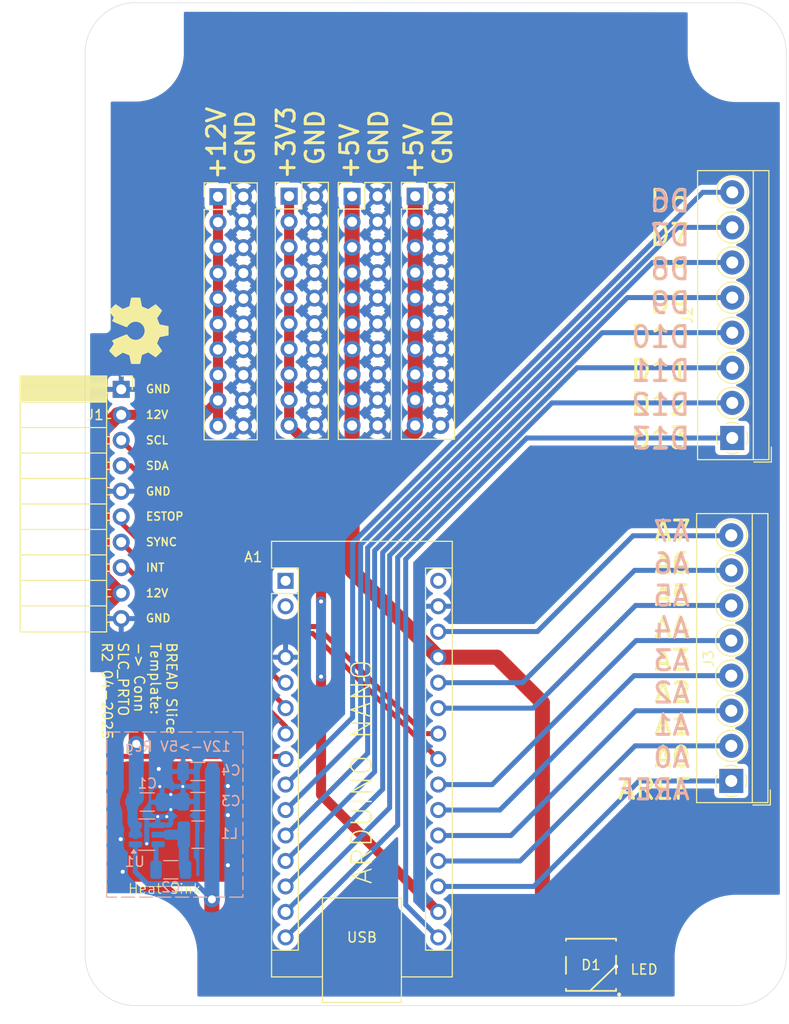
<source format=kicad_pcb>
(kicad_pcb (version 20241229) (generator "pcbnew") (generator_version "9.0")
  (layers (0 "F.Cu" signal) (2 "B.Cu" signal) (13 "F.Paste" user) (15 "B.Paste" user) (5 "F.SilkS" user "F.Silkscreen") (7 "B.SilkS" user "B.Silkscreen") (1 "F.Mask" user) (3 "B.Mask" user) (25 "Edge.Cuts" user))
  (net 0 "")
  (net 3 "GND")
  (net 4 "/D12")
  (net 5 "+5V")
  (net 6 "/LED")
  (net 7 "/I2C_CLK")
  (net 8 "/D11")
  (net 9 "/I2C_DAT")
  (net 10 "/D10")
  (net 11 "/SYNC")
  (net 12 "+3.3V")
  (net 13 "/E_STOP")
  (net 14 "/A0")
  (net 15 "/A6")
  (net 16 "/A1")
  (net 17 "/A2")
  (net 18 "+12V")
  (net 19 "/INT")
  (net 20 "/D8")
  (net 21 "/A7")
  (net 22 "/D6")
  (net 23 "/D7")
  (net 24 "/D9")
  (net 25 "/D13")
  (net 26 "/A3")
  (net 27 "/RESET")
  (net 28 "Net-(U1-SW)")
  (net 29 "Net-(U1-BST)")
  (net 30 "unconnected-(A1-VIN-Pad30)")
  (net 32 "/AREF")
  (footprint "MountingHole:MountingHole_5mm" (layer "F.Cu") (at 127.6 44.8)
    (property "Reference" "H1" (hide yes))
    (property "Value" "MountingHole")
    (pad "" np_thru_hole circle (at 0 0) (size 5 5) (drill 5) (layers "*.Cu" "*.Mask"))
  )
  (footprint "MountingHole:MountingHole_5mm" (layer "F.Cu") (at 187.6 44.8)
    (property "Reference" "H3" (hide yes))
    (property "Value" "MountingHole")
    (pad "" np_thru_hole circle (at 0 0) (size 5 5) (drill 5) (layers "*.Cu" "*.Mask"))
  )
  (footprint "MountingHole:MountingHole_5mm" (layer "F.Cu") (at 127.6 134.8)
    (property "Reference" "H2" (hide yes))
    (property "Value" "MountingHole")
    (pad "" np_thru_hole circle (at 0 0) (size 5 5) (drill 5) (layers "*.Cu" "*.Mask"))
  )
  (footprint "MountingHole:MountingHole_5mm" (layer "F.Cu") (at 187.6 134.8)
    (property "Reference" "H4" (hide yes))
    (property "Value" "MountingHole")
    (pad "" np_thru_hole circle (at 0 0) (size 5 5) (drill 5) (layers "*.Cu" "*.Mask"))
  )
  (footprint "Module:Arduino_Nano" (layer "F.Cu") (at 142.61 97.44)
    (property "Reference" "A1" (at -3.224 -2.364 0) (layer "F.SilkS"))
    (property "Value" "Arduino_Nano_v3.x")
    (fp_text user "USB" (at 7.62 35.56 0) (layer "F.SilkS"))
    (pad "1" thru_hole rect (at 0 0) (size 1.6 1.6) (drill 1) (layers "*.Cu" "*.Mask"))
    (pad "2" thru_hole oval (at 0 2.54) (size 1.6 1.6) (drill 1) (layers "*.Cu" "*.Mask"))
    (pad "4" thru_hole oval (at 0 7.62) (size 1.6 1.6) (drill 1) (layers "*.Cu" "*.Mask") (net 3 "GND"))
    (pad "5" thru_hole oval (at 0 10.16) (size 1.6 1.6) (drill 1) (layers "*.Cu" "*.Mask") (net 13 "/E_STOP"))
    (pad "6" thru_hole oval (at 0 12.7) (size 1.6 1.6) (drill 1) (layers "*.Cu" "*.Mask") (net 19 "/INT"))
    (pad "7" thru_hole oval (at 0 15.24) (size 1.6 1.6) (drill 1) (layers "*.Cu" "*.Mask") (net 11 "/SYNC"))
    (pad "8" thru_hole oval (at 0 17.78) (size 1.6 1.6) (drill 1) (layers "*.Cu" "*.Mask") (net 6 "/LED"))
    (pad "9" thru_hole oval (at 0 20.32) (size 1.6 1.6) (drill 1) (layers "*.Cu" "*.Mask") (net 22 "/D6"))
    (pad "10" thru_hole oval (at 0 22.86) (size 1.6 1.6) (drill 1) (layers "*.Cu" "*.Mask") (net 23 "/D7"))
    (pad "11" thru_hole oval (at 0 25.4) (size 1.6 1.6) (drill 1) (layers "*.Cu" "*.Mask") (net 20 "/D8"))
    (pad "12" thru_hole oval (at 0 27.94) (size 1.6 1.6) (drill 1) (layers "*.Cu" "*.Mask") (net 24 "/D9"))
    (pad "13" thru_hole oval (at 0 30.48) (size 1.6 1.6) (drill 1) (layers "*.Cu" "*.Mask") (net 10 "/D10"))
    (pad "14" thru_hole oval (at 0 33.02) (size 1.6 1.6) (drill 1) (layers "*.Cu" "*.Mask") (net 8 "/D11"))
    (pad "15" thru_hole oval (at 0 35.56) (size 1.6 1.6) (drill 1) (layers "*.Cu" "*.Mask") (net 4 "/D12"))
    (pad "16" thru_hole oval (at 15.24 35.56) (size 1.6 1.6) (drill 1) (layers "*.Cu" "*.Mask") (net 25 "/D13"))
    (pad "17" thru_hole oval (at 15.24 33.02) (size 1.6 1.6) (drill 1) (layers "*.Cu" "*.Mask") (net 12 "+3.3V"))
    (pad "18" thru_hole oval (at 15.24 30.48) (size 1.6 1.6) (drill 1) (layers "*.Cu" "*.Mask") (net 32 "/AREF"))
    (pad "19" thru_hole oval (at 15.24 27.94) (size 1.6 1.6) (drill 1) (layers "*.Cu" "*.Mask") (net 14 "/A0"))
    (pad "20" thru_hole oval (at 15.24 25.4) (size 1.6 1.6) (drill 1) (layers "*.Cu" "*.Mask") (net 16 "/A1"))
    (pad "21" thru_hole oval (at 15.24 22.86) (size 1.6 1.6) (drill 1) (layers "*.Cu" "*.Mask") (net 17 "/A2"))
    (pad "22" thru_hole oval (at 15.24 20.32) (size 1.6 1.6) (drill 1) (layers "*.Cu" "*.Mask") (net 26 "/A3"))
    (pad "23" thru_hole oval (at 15.24 17.78) (size 1.6 1.6) (drill 1) (layers "*.Cu" "*.Mask") (net 9 "/I2C_DAT"))
    (pad "24" thru_hole oval (at 15.24 15.24) (size 1.6 1.6) (drill 1) (layers "*.Cu" "*.Mask") (net 7 "/I2C_CLK"))
    (pad "25" thru_hole oval (at 15.24 12.7) (size 1.6 1.6) (drill 1) (layers "*.Cu" "*.Mask") (net 15 "/A6"))
    (pad "26" thru_hole oval (at 15.24 10.16) (size 1.6 1.6) (drill 1) (layers "*.Cu" "*.Mask") (net 21 "/A7"))
    (pad "27" thru_hole oval (at 15.24 7.62) (size 1.6 1.6) (drill 1) (layers "*.Cu" "*.Mask") (net 5 "+5V"))
    (pad "28" thru_hole oval (at 15.24 5.08) (size 1.6 1.6) (drill 1) (layers "*.Cu" "*.Mask") (net 27 "/RESET"))
    (pad "29" thru_hole oval (at 15.24 2.54) (size 1.6 1.6) (drill 1) (layers "*.Cu" "*.Mask") (net 3 "GND"))
    (pad "30" thru_hole oval (at 15.24 0) (size 1.6 1.6) (drill 1) (layers "*.Cu" "*.Mask") (net 30 "unconnected-(A1-VIN-Pad30)"))
  )
  (footprint "Connector_PinSocket_2.54mm:PinSocket_1x10_P2.54mm_Horizontal" (layer "F.Cu") (at 126.2 78.35)
    (property "Reference" "J1" (at -2.6 2.55 0) (layer "F.SilkS"))
    (property "Value" "Conn_01x10_Female")
    (pad "1" thru_hole rect (at 0 0) (size 1.7 1.7) (drill 1) (layers "*.Cu" "*.Mask") (net 3 "GND"))
    (pad "2" thru_hole oval (at 0 2.54) (size 1.7 1.7) (drill 1) (layers "*.Cu" "*.Mask") (net 18 "+12V"))
    (pad "3" thru_hole oval (at 0 5.08) (size 1.7 1.7) (drill 1) (layers "*.Cu" "*.Mask") (net 7 "/I2C_CLK"))
    (pad "4" thru_hole oval (at 0 7.62) (size 1.7 1.7) (drill 1) (layers "*.Cu" "*.Mask") (net 9 "/I2C_DAT"))
    (pad "5" thru_hole oval (at 0 10.16) (size 1.7 1.7) (drill 1) (layers "*.Cu" "*.Mask") (net 3 "GND"))
    (pad "6" thru_hole oval (at 0 12.7) (size 1.7 1.7) (drill 1) (layers "*.Cu" "*.Mask") (net 13 "/E_STOP"))
    (pad "7" thru_hole oval (at 0 15.24) (size 1.7 1.7) (drill 1) (layers "*.Cu" "*.Mask") (net 19 "/INT"))
    (pad "8" thru_hole oval (at 0 17.78) (size 1.7 1.7) (drill 1) (layers "*.Cu" "*.Mask") (net 11 "/SYNC"))
    (pad "9" thru_hole oval (at 0 20.32) (size 1.7 1.7) (drill 1) (layers "*.Cu" "*.Mask") (net 18 "+12V"))
    (pad "10" thru_hole oval (at 0 22.86) (size 1.7 1.7) (drill 1) (layers "*.Cu" "*.Mask") (net 3 "GND"))
  )
  (footprint "Symbol:OSHW-Symbol_6.7x6mm_SilkScreen" (layer "F.Cu") (at 127.95 72.5 -90)
    (property "Reference" "Logo1" (hide yes))
    (property "Value" "Logo_Open_Hardware_Small" (hide yes))
  )
  (footprint "KML-Custom:Thermal Pad" (layer "F.Cu") (at 131.8 121.45)
    (property "Reference" "HS1")
    (property "Value" "Heatsink_Pad")
    (fp_text user "Heat Sink" (at -1.275 6.7 0) (layer "F.SilkS") (effects (font (thickness 0.1))))
    (pad "1" smd roundrect (at 0 0) (size 12 12) (layers "F.Cu" "F.Mask" "F.Paste") (roundrect_rratio 0.08333333333) (net 3 "GND"))
  )
  (footprint "TerminalBlock_4Ucon:TerminalBlock_4Ucon_1x08_P3.50mm_Horizontal" (layer "F.Cu") (at 187.1 117.4 90)
    (property "Reference" "J3" (at 12.2 -2.25 90) (layer "F.SilkS"))
    (property "Value" "Conn_01x08")
    (pad "1" thru_hole rect (at 0 0 90) (size 2.4 2.4) (drill 1.2) (layers "*.Cu" "*.Mask") (net 32 "/AREF"))
    (pad "2" thru_hole circle (at 3.5 0 90) (size 2.4 2.4) (drill 1.2) (layers "*.Cu" "*.Mask") (net 14 "/A0"))
    (pad "3" thru_hole circle (at 7 0 90) (size 2.4 2.4) (drill 1.2) (layers "*.Cu" "*.Mask") (net 16 "/A1"))
    (pad "4" thru_hole circle (at 10.5 0 90) (size 2.4 2.4) (drill 1.2) (layers "*.Cu" "*.Mask") (net 17 "/A2"))
    (pad "5" thru_hole circle (at 14 0 90) (size 2.4 2.4) (drill 1.2) (layers "*.Cu" "*.Mask") (net 26 "/A3"))
    (pad "6" thru_hole circle (at 17.5 0 90) (size 2.4 2.4) (drill 1.2) (layers "*.Cu" "*.Mask") (net 15 "/A6"))
    (pad "7" thru_hole circle (at 21 0 90) (size 2.4 2.4) (drill 1.2) (layers "*.Cu" "*.Mask") (net 21 "/A7"))
    (pad "8" thru_hole circle (at 24.5 0 90) (size 2.4 2.4) (drill 1.2) (layers "*.Cu" "*.Mask") (net 27 "/RESET"))
  )
  (footprint "Connector_PinHeader_2.54mm:PinHeader_2x10_P2.54mm_Vertical" (layer "F.Cu") (at 155.55 59.09)
    (property "Reference" "J6" (hide yes))
    (property "Value" "Conn_02x10_Odd_Even")
    (pad "1" thru_hole rect (at 0 0) (size 1.7 1.7) (drill 1) (layers "*.Cu" "*.Mask") (net 5 "+5V"))
    (pad "2" thru_hole circle (at 2.54 0) (size 1.7 1.7) (drill 1) (layers "*.Cu" "*.Mask") (net 3 "GND"))
    (pad "3" thru_hole circle (at 0 2.54) (size 1.7 1.7) (drill 1) (layers "*.Cu" "*.Mask") (net 5 "+5V"))
    (pad "4" thru_hole circle (at 2.54 2.54) (size 1.7 1.7) (drill 1) (layers "*.Cu" "*.Mask") (net 3 "GND"))
    (pad "5" thru_hole circle (at 0 5.08) (size 1.7 1.7) (drill 1) (layers "*.Cu" "*.Mask") (net 5 "+5V"))
    (pad "6" thru_hole circle (at 2.54 5.08) (size 1.7 1.7) (drill 1) (layers "*.Cu" "*.Mask") (net 3 "GND"))
    (pad "7" thru_hole circle (at 0 7.62) (size 1.7 1.7) (drill 1) (layers "*.Cu" "*.Mask") (net 5 "+5V"))
    (pad "8" thru_hole circle (at 2.54 7.62) (size 1.7 1.7) (drill 1) (layers "*.Cu" "*.Mask") (net 3 "GND"))
    (pad "9" thru_hole circle (at 0 10.16) (size 1.7 1.7) (drill 1) (layers "*.Cu" "*.Mask") (net 5 "+5V"))
    (pad "10" thru_hole circle (at 2.54 10.16) (size 1.7 1.7) (drill 1) (layers "*.Cu" "*.Mask") (net 3 "GND"))
    (pad "11" thru_hole circle (at 0 12.7) (size 1.7 1.7) (drill 1) (layers "*.Cu" "*.Mask") (net 5 "+5V"))
    (pad "12" thru_hole circle (at 2.54 12.7) (size 1.7 1.7) (drill 1) (layers "*.Cu" "*.Mask") (net 3 "GND"))
    (pad "13" thru_hole circle (at 0 15.24) (size 1.7 1.7) (drill 1) (layers "*.Cu" "*.Mask") (net 5 "+5V"))
    (pad "14" thru_hole circle (at 2.54 15.24) (size 1.7 1.7) (drill 1) (layers "*.Cu" "*.Mask") (net 3 "GND"))
    (pad "15" thru_hole circle (at 0 17.78) (size 1.7 1.7) (drill 1) (layers "*.Cu" "*.Mask") (net 5 "+5V"))
    (pad "16" thru_hole circle (at 2.54 17.78) (size 1.7 1.7) (drill 1) (layers "*.Cu" "*.Mask") (net 3 "GND"))
    (pad "17" thru_hole circle (at 0 20.32) (size 1.7 1.7) (drill 1) (layers "*.Cu" "*.Mask") (net 5 "+5V"))
    (pad "18" thru_hole circle (at 2.54 20.32) (size 1.7 1.7) (drill 1) (layers "*.Cu" "*.Mask") (net 3 "GND"))
    (pad "19" thru_hole circle (at 0 22.86) (size 1.7 1.7) (drill 1) (layers "*.Cu" "*.Mask") (net 5 "+5V"))
    (pad "20" thru_hole circle (at 2.54 22.86) (size 1.7 1.7) (drill 1) (layers "*.Cu" "*.Mask") (net 3 "GND"))
  )
  (footprint "TerminalBlock_4Ucon:TerminalBlock_4Ucon_1x08_P3.50mm_Horizontal" (layer "F.Cu") (at 187.2 83.2 90)
    (property "Reference" "J2" (at 12.25 -4.46 90) (layer "F.SilkS"))
    (property "Value" "Conn_01x08")
    (pad "1" thru_hole rect (at 0 0 90) (size 2.4 2.4) (drill 1.2) (layers "*.Cu" "*.Mask") (net 25 "/D13"))
    (pad "2" thru_hole circle (at 3.5 0 90) (size 2.4 2.4) (drill 1.2) (layers "*.Cu" "*.Mask") (net 4 "/D12"))
    (pad "3" thru_hole circle (at 7 0 90) (size 2.4 2.4) (drill 1.2) (layers "*.Cu" "*.Mask") (net 8 "/D11"))
    (pad "4" thru_hole circle (at 10.5 0 90) (size 2.4 2.4) (drill 1.2) (layers "*.Cu" "*.Mask") (net 10 "/D10"))
    (pad "5" thru_hole circle (at 14 0 90) (size 2.4 2.4) (drill 1.2) (layers "*.Cu" "*.Mask") (net 24 "/D9"))
    (pad "6" thru_hole circle (at 17.5 0 90) (size 2.4 2.4) (drill 1.2) (layers "*.Cu" "*.Mask") (net 20 "/D8"))
    (pad "7" thru_hole circle (at 21 0 90) (size 2.4 2.4) (drill 1.2) (layers "*.Cu" "*.Mask") (net 23 "/D7"))
    (pad "8" thru_hole circle (at 24.5 0 90) (size 2.4 2.4) (drill 1.2) (layers "*.Cu" "*.Mask") (net 22 "/D6"))
  )
  (footprint "SparkFun-LED:WS2812-5050-4PIN" (layer "F.Cu") (at 173.1 135.732769)
    (property "Reference" "D1" (at 0 0.6 0) (layer "F.SilkS") (effects (justify bottom)))
    (property "Value" "WS2812B_5050")
    (pad "1" smd rect (at -2.577 -1.6) (size 1.651 1) (layers "F.Cu" "F.Mask" "F.Paste") (net 5 "+5V"))
    (pad "2" smd rect (at -2.577 1.6) (size 1.651 1) (layers "F.Cu" "F.Mask" "F.Paste"))
    (pad "3" smd rect (at 2.577 1.6) (size 1.651 1) (layers "F.Cu" "F.Mask" "F.Paste") (net 3 "GND"))
    (pad "4" smd rect (at 2.577 -1.6) (size 1.651 1) (layers "F.Cu" "F.Mask" "F.Paste") (net 6 "/LED"))
  )
  (footprint "Connector_PinHeader_2.54mm:PinHeader_2x10_P2.54mm_Vertical" (layer "F.Cu") (at 135.86 59.14)
    (property "Reference" "J4" (hide yes))
    (property "Value" "Conn_02x10_Odd_Even")
    (pad "1" thru_hole rect (at 0 0) (size 1.7 1.7) (drill 1) (layers "*.Cu" "*.Mask") (net 18 "+12V"))
    (pad "2" thru_hole circle (at 2.54 0) (size 1.7 1.7) (drill 1) (layers "*.Cu" "*.Mask") (net 3 "GND"))
    (pad "3" thru_hole circle (at 0 2.54) (size 1.7 1.7) (drill 1) (layers "*.Cu" "*.Mask") (net 18 "+12V"))
    (pad "4" thru_hole circle (at 2.54 2.54) (size 1.7 1.7) (drill 1) (layers "*.Cu" "*.Mask") (net 3 "GND"))
    (pad "5" thru_hole circle (at 0 5.08) (size 1.7 1.7) (drill 1) (layers "*.Cu" "*.Mask") (net 18 "+12V"))
    (pad "6" thru_hole circle (at 2.54 5.08) (size 1.7 1.7) (drill 1) (layers "*.Cu" "*.Mask") (net 3 "GND"))
    (pad "7" thru_hole circle (at 0 7.62) (size 1.7 1.7) (drill 1) (layers "*.Cu" "*.Mask") (net 18 "+12V"))
    (pad "8" thru_hole circle (at 2.54 7.62) (size 1.7 1.7) (drill 1) (layers "*.Cu" "*.Mask") (net 3 "GND"))
    (pad "9" thru_hole circle (at 0 10.16) (size 1.7 1.7) (drill 1) (layers "*.Cu" "*.Mask") (net 18 "+12V"))
    (pad "10" thru_hole circle (at 2.54 10.16) (size 1.7 1.7) (drill 1) (layers "*.Cu" "*.Mask") (net 3 "GND"))
    (pad "11" thru_hole circle (at 0 12.7) (size 1.7 1.7) (drill 1) (layers "*.Cu" "*.Mask") (net 18 "+12V"))
    (pad "12" thru_hole circle (at 2.54 12.7) (size 1.7 1.7) (drill 1) (layers "*.Cu" "*.Mask") (net 3 "GND"))
    (pad "13" thru_hole circle (at 0 15.24) (size 1.7 1.7) (drill 1) (layers "*.Cu" "*.Mask") (net 18 "+12V"))
    (pad "14" thru_hole circle (at 2.54 15.24) (size 1.7 1.7) (drill 1) (layers "*.Cu" "*.Mask") (net 3 "GND"))
    (pad "15" thru_hole circle (at 0 17.78) (size 1.7 1.7) (drill 1) (layers "*.Cu" "*.Mask") (net 18 "+12V"))
    (pad "16" thru_hole circle (at 2.54 17.78) (size 1.7 1.7) (drill 1) (layers "*.Cu" "*.Mask") (net 3 "GND"))
    (pad "17" thru_hole circle (at 0 20.32) (size 1.7 1.7) (drill 1) (layers "*.Cu" "*.Mask") (net 18 "+12V"))
    (pad "18" thru_hole circle (at 2.54 20.32) (size 1.7 1.7) (drill 1) (layers "*.Cu" "*.Mask") (net 3 "GND"))
    (pad "19" thru_hole circle (at 0 22.86) (size 1.7 1.7) (drill 1) (layers "*.Cu" "*.Mask") (net 18 "+12V"))
    (pad "20" thru_hole circle (at 2.54 22.86) (size 1.7 1.7) (drill 1) (layers "*.Cu" "*.Mask") (net 3 "GND"))
  )
  (footprint "Connector_PinHeader_2.54mm:PinHeader_2x10_P2.54mm_Vertical" (layer "F.Cu") (at 149.25 59.1)
    (property "Reference" "J5" (hide yes))
    (property "Value" "Conn_02x10_Odd_Even")
    (pad "1" thru_hole rect (at 0 0) (size 1.7 1.7) (drill 1) (layers "*.Cu" "*.Mask") (net 5 "+5V"))
    (pad "2" thru_hole circle (at 2.54 0) (size 1.7 1.7) (drill 1) (layers "*.Cu" "*.Mask") (net 3 "GND"))
    (pad "3" thru_hole circle (at 0 2.54) (size 1.7 1.7) (drill 1) (layers "*.Cu" "*.Mask") (net 5 "+5V"))
    (pad "4" thru_hole circle (at 2.54 2.54) (size 1.7 1.7) (drill 1) (layers "*.Cu" "*.Mask") (net 3 "GND"))
    (pad "5" thru_hole circle (at 0 5.08) (size 1.7 1.7) (drill 1) (layers "*.Cu" "*.Mask") (net 5 "+5V"))
    (pad "6" thru_hole circle (at 2.54 5.08) (size 1.7 1.7) (drill 1) (layers "*.Cu" "*.Mask") (net 3 "GND"))
    (pad "7" thru_hole circle (at 0 7.62) (size 1.7 1.7) (drill 1) (layers "*.Cu" "*.Mask") (net 5 "+5V"))
    (pad "8" thru_hole circle (at 2.54 7.62) (size 1.7 1.7) (drill 1) (layers "*.Cu" "*.Mask") (net 3 "GND"))
    (pad "9" thru_hole circle (at 0 10.16) (size 1.7 1.7) (drill 1) (layers "*.Cu" "*.Mask") (net 5 "+5V"))
    (pad "10" thru_hole circle (at 2.54 10.16) (size 1.7 1.7) (drill 1) (layers "*.Cu" "*.Mask") (net 3 "GND"))
    (pad "11" thru_hole circle (at 0 12.7) (size 1.7 1.7) (drill 1) (layers "*.Cu" "*.Mask") (net 5 "+5V"))
    (pad "12" thru_hole circle (at 2.54 12.7) (size 1.7 1.7) (drill 1) (layers "*.Cu" "*.Mask") (net 3 "GND"))
    (pad "13" thru_hole circle (at 0 15.24) (size 1.7 1.7) (drill 1) (layers "*.Cu" "*.Mask") (net 5 "+5V"))
    (pad "14" thru_hole circle (at 2.54 15.24) (size 1.7 1.7) (drill 1) (layers "*.Cu" "*.Mask") (net 3 "GND"))
    (pad "15" thru_hole circle (at 0 17.78) (size 1.7 1.7) (drill 1) (layers "*.Cu" "*.Mask") (net 5 "+5V"))
    (pad "16" thru_hole circle (at 2.54 17.78) (size 1.7 1.7) (drill 1) (layers "*.Cu" "*.Mask") (net 3 "GND"))
    (pad "17" thru_hole circle (at 0 20.32) (size 1.7 1.7) (drill 1) (layers "*.Cu" "*.Mask") (net 5 "+5V"))
    (pad "18" thru_hole circle (at 2.54 20.32) (size 1.7 1.7) (drill 1) (layers "*.Cu" "*.Mask") (net 3 "GND"))
    (pad "19" thru_hole circle (at 0 22.86) (size 1.7 1.7) (drill 1) (layers "*.Cu" "*.Mask") (net 5 "+5V"))
    (pad "20" thru_hole circle (at 2.54 22.86) (size 1.7 1.7) (drill 1) (layers "*.Cu" "*.Mask") (net 3 "GND"))
  )
  (footprint "Connector_PinHeader_2.54mm:PinHeader_2x10_P2.54mm_Vertical" (layer "F.Cu") (at 142.96 59.09)
    (property "Reference" "J7" (hide yes))
    (property "Value" "Conn_02x10_Odd_Even")
    (pad "1" thru_hole rect (at 0 0) (size 1.7 1.7) (drill 1) (layers "*.Cu" "*.Mask") (net 12 "+3.3V"))
    (pad "2" thru_hole circle (at 2.54 0) (size 1.7 1.7) (drill 1) (layers "*.Cu" "*.Mask") (net 3 "GND"))
    (pad "3" thru_hole circle (at 0 2.54) (size 1.7 1.7) (drill 1) (layers "*.Cu" "*.Mask") (net 12 "+3.3V"))
    (pad "4" thru_hole circle (at 2.54 2.54) (size 1.7 1.7) (drill 1) (layers "*.Cu" "*.Mask") (net 3 "GND"))
    (pad "5" thru_hole circle (at 0 5.08) (size 1.7 1.7) (drill 1) (layers "*.Cu" "*.Mask") (net 12 "+3.3V"))
    (pad "6" thru_hole circle (at 2.54 5.08) (size 1.7 1.7) (drill 1) (layers "*.Cu" "*.Mask") (net 3 "GND"))
    (pad "7" thru_hole circle (at 0 7.62) (size 1.7 1.7) (drill 1) (layers "*.Cu" "*.Mask") (net 12 "+3.3V"))
    (pad "8" thru_hole circle (at 2.54 7.62) (size 1.7 1.7) (drill 1) (layers "*.Cu" "*.Mask") (net 3 "GND"))
    (pad "9" thru_hole circle (at 0 10.16) (size 1.7 1.7) (drill 1) (layers "*.Cu" "*.Mask") (net 12 "+3.3V"))
    (pad "10" thru_hole circle (at 2.54 10.16) (size 1.7 1.7) (drill 1) (layers "*.Cu" "*.Mask") (net 3 "GND"))
    (pad "11" thru_hole circle (at 0 12.7) (size 1.7 1.7) (drill 1) (layers "*.Cu" "*.Mask") (net 12 "+3.3V"))
    (pad "12" thru_hole circle (at 2.54 12.7) (size 1.7 1.7) (drill 1) (layers "*.Cu" "*.Mask") (net 3 "GND"))
    (pad "13" thru_hole circle (at 0 15.24) (size 1.7 1.7) (drill 1) (layers "*.Cu" "*.Mask") (net 12 "+3.3V"))
    (pad "14" thru_hole circle (at 2.54 15.24) (size 1.7 1.7) (drill 1) (layers "*.Cu" "*.Mask") (net 3 "GND"))
    (pad "15" thru_hole circle (at 0 17.78) (size 1.7 1.7) (drill 1) (layers "*.Cu" "*.Mask") (net 12 "+3.3V"))
    (pad "16" thru_hole circle (at 2.54 17.78) (size 1.7 1.7) (drill 1) (layers "*.Cu" "*.Mask") (net 3 "GND"))
    (pad "17" thru_hole circle (at 0 20.32) (size 1.7 1.7) (drill 1) (layers "*.Cu" "*.Mask") (net 12 "+3.3V"))
    (pad "18" thru_hole circle (at 2.54 20.32) (size 1.7 1.7) (drill 1) (layers "*.Cu" "*.Mask") (net 3 "GND"))
    (pad "19" thru_hole circle (at 0 22.86) (size 1.7 1.7) (drill 1) (layers "*.Cu" "*.Mask") (net 12 "+3.3V"))
    (pad "20" thru_hole circle (at 2.54 22.86) (size 1.7 1.7) (drill 1) (layers "*.Cu" "*.Mask") (net 3 "GND"))
  )
  (footprint "Capacitor_SMD:C_1206_3216Metric" (layer "B.Cu") (at 128.8 119.5 180)
    (property "Reference" "C1" (at 0 1.85 180) (layer "B.SilkS") (effects (justify mirror)))
    (property "Value" "22uF")
    (pad "1" smd roundrect (at -1.475 0 180) (size 1.15 1.8) (layers "B.Cu" "B.Mask" "B.Paste") (roundrect_rratio 0.217391) (net 3 "GND"))
    (pad "2" smd roundrect (at 1.475 0 180) (size 1.15 1.8) (layers "B.Cu" "B.Mask" "B.Paste") (roundrect_rratio 0.217391) (net 18 "+12V"))
  )
  (footprint "Package_TO_SOT_SMD:TSOT-23-6" (layer "B.Cu") (at 128.75 122.755)
    (property "Reference" "U1" (at -1.2 2.695 0) (layer "B.SilkS") (effects (justify mirror)))
    (property "Value" "~")
    (pad "1" smd roundrect (at -1.1375 0.95) (size 1.325 0.6) (layers "B.Cu" "B.Mask" "B.Paste") (net 5 "+5V"))
    (pad "2" smd roundrect (at -1.1375 0) (size 1.325 0.6) (layers "B.Cu" "B.Mask" "B.Paste") (net 18 "+12V"))
    (pad "3" smd roundrect (at -1.1375 -0.95) (size 1.325 0.6) (layers "B.Cu" "B.Mask" "B.Paste") (net 18 "+12V"))
    (pad "4" smd roundrect (at 1.1375 -0.95) (size 1.325 0.6) (layers "B.Cu" "B.Mask" "B.Paste") (net 3 "GND"))
    (pad "5" smd roundrect (at 1.1375 0) (size 1.325 0.6) (layers "B.Cu" "B.Mask" "B.Paste") (net 28 "Net-(U1-SW)"))
    (pad "6" smd roundrect (at 1.1375 0.95) (size 1.325 0.6) (layers "B.Cu" "B.Mask" "B.Paste") (net 29 "Net-(U1-BST)"))
  )
  (footprint "Capacitor_SMD:C_1206_3216Metric" (layer "B.Cu") (at 131.15 126.255 180)
    (property "Reference" "C2" (at 0 -1.745 180) (layer "B.SilkS") (effects (justify mirror)))
    (property "Value" "100nF")
    (pad "1" smd roundrect (at -1.475 0 180) (size 1.15 1.8) (layers "B.Cu" "B.Mask" "B.Paste") (roundrect_rratio 0.217391) (net 28 "Net-(U1-SW)"))
    (pad "2" smd roundrect (at 1.475 0 180) (size 1.15 1.8) (layers "B.Cu" "B.Mask" "B.Paste") (roundrect_rratio 0.217391) (net 29 "Net-(U1-BST)"))
  )
  (footprint "Capacitor_SMD:C_1206_3216Metric" (layer "B.Cu") (at 133.85 119.455)
    (property "Reference" "C3" (at 3.3 -0.055 0) (layer "B.SilkS") (effects (justify mirror)))
    (property "Value" "22uF")
    (pad "1" smd roundrect (at -1.475 0) (size 1.15 1.8) (layers "B.Cu" "B.Mask" "B.Paste") (roundrect_rratio 0.217391) (net 3 "GND"))
    (pad "2" smd roundrect (at 1.475 0) (size 1.15 1.8) (layers "B.Cu" "B.Mask" "B.Paste") (roundrect_rratio 0.217391) (net 5 "+5V"))
  )
  (footprint "Capacitor_SMD:C_1206_3216Metric" (layer "B.Cu") (at 133.85 116.455)
    (property "Reference" "C4" (at 3.3 -0.105 0) (layer "B.SilkS") (effects (justify mirror)))
    (property "Value" "22uF")
    (pad "1" smd roundrect (at -1.475 0) (size 1.15 1.8) (layers "B.Cu" "B.Mask" "B.Paste") (roundrect_rratio 0.217391) (net 3 "GND"))
    (pad "2" smd roundrect (at 1.475 0) (size 1.15 1.8) (layers "B.Cu" "B.Mask" "B.Paste") (roundrect_rratio 0.217391) (net 5 "+5V"))
  )
  (footprint "Inductor_SMD:L_1210_3225Metric" (layer "B.Cu") (at 133.85 122.755)
    (property "Reference" "L1" (at 3.15 -0.105 0) (layer "B.SilkS") (effects (justify mirror)))
    (property "Value" "4.7uH")
    (pad "1" smd roundrect (at -1.4 0) (size 1.25 2.65) (layers "B.Cu" "B.Mask" "B.Paste") (roundrect_rratio 0.2) (net 28 "Net-(U1-SW)"))
    (pad "2" smd roundrect (at 1.4 0) (size 1.25 2.65) (layers "B.Cu" "B.Mask" "B.Paste") (roundrect_rratio 0.2) (net 5 "+5V"))
  )
  (gr_rect (start 124.75 112.516) (end 138.35 128.984) (stroke (width 0.12) (type dash)) (fill no) (layer "B.SilkS"))
  (gr_line (start 192.6 44.8) (end 192.6 94.8) (stroke (width 0.05)) (layer "Edge.Cuts"))
  (gr_arc (start 187.6 39.8) (mid 191.135534 41.264466) (end 192.6 44.8) (stroke (width 0.05)) (layer "Edge.Cuts"))
  (gr_arc (start 192.6 134.8) (mid 191.135534 138.335534) (end 187.6 139.8) (stroke (width 0.05)) (layer "Edge.Cuts"))
  (gr_line (start 152.6 39.8) (end 187.6 39.8) (stroke (width 0.05)) (layer "Edge.Cuts"))
  (gr_arc (start 122.6 44.8) (mid 124.064466 41.264466) (end 127.6 39.8) (stroke (width 0.05)) (layer "Edge.Cuts"))
  (gr_line (start 192.6 94.8) (end 192.6 134.8) (stroke (width 0.05)) (layer "Edge.Cuts"))
  (gr_line (start 122.6 134.8) (end 122.6 44.8) (stroke (width 0.05)) (layer "Edge.Cuts"))
  (gr_line (start 127.6 39.8) (end 152.6 39.8) (stroke (width 0.05)) (layer "Edge.Cuts"))
  (gr_arc (start 127.6 139.8) (mid 124.064466 138.335534) (end 122.6 134.8) (stroke (width 0.05)) (layer "Edge.Cuts"))
  (gr_line (start 160.188 139.8) (end 187.6 139.8) (stroke (width 0.05)) (layer "Edge.Cuts"))
  (gr_line (start 127.6 139.8) (end 160.188 139.8) (stroke (width 0.05)) (layer "Edge.Cuts"))
  (gr_text "GND" (at 129.89619 88.522 0) (layer "F.SilkS") (effects (font (size 0.8 0.8))))
  (gr_text "LED" (at 178.4 136.2 0) (layer "F.SilkS") (effects (font (size 1 1))))
  (gr_text "12V" (at 129.781905 98.672 0) (layer "F.SilkS") (effects (font (size 0.8 0.8))))
  (gr_text "A7\nA6\nA5\nA4\nA3\nA2\nA1\nA0\nAREF" (at 183.25 119.4 0) (layer "F.SilkS") (effects (font (size 2 2) (thickness 0.3) (bold yes)) (justify right bottom)))
  (gr_text "SYNC" (at 130.22 93.572 0) (layer "F.SilkS") (effects (font (size 0.8 0.8))))
  (gr_text "GND" (at 129.89619 101.172 0) (layer "F.SilkS") (effects (font (size 0.8 0.8))))
  (gr_text "BREAD Slice\nTemplate:\n-> Conn\nSLC_PRTO\nR2 04-2025" (at 128 103.5 270) (layer "F.SilkS") (effects (font (size 1 1)) (justify left)))
  (gr_text "+5V\n GND" (at 159.35 57.55 90) (layer "F.SilkS") (effects (font (size 1.8 1.8) (thickness 0.3) (bold yes)) (justify left bottom)))
  (gr_text "GND" (at 129.89619 78.322 0) (layer "F.SilkS") (effects (font (size 0.8 0.8))))
  (gr_text "+12V\n GND" (at 139.65 57.6 90) (layer "F.SilkS") (effects (font (size 1.8 1.8) (thickness 0.3) (bold yes)) (justify left bottom)))
  (gr_text "+5V\n GND" (at 152.95 57.55 90) (layer "F.SilkS") (effects (font (size 1.8 1.8) (thickness 0.3) (bold yes)) (justify left bottom)))
  (gr_text "ESTOP" (at 130.543809 91.022 0) (layer "F.SilkS") (effects (font (size 0.8 0.8))))
  (gr_text "INT" (at 129.591428 96.122 0) (layer "F.SilkS") (effects (font (size 0.8 0.8))))
  (gr_text "+3V3\n GND" (at 146.6 57.55 90) (layer "F.SilkS") (effects (font (size 1.8 1.8) (thickness 0.3) (bold yes)) (justify left bottom)))
  (gr_text "SDA" (at 129.800952 85.972 0) (layer "F.SilkS") (effects (font (size 0.8 0.8))))
  (gr_text "SCL" (at 129.781905 83.422 0) (layer "F.SilkS") (effects (font (size 0.8 0.8))))
  (gr_text "ARDUINO NANO" (at 150.22 116.49 90) (layer "F.SilkS") (effects (font (size 2 2))))
  (gr_text "12V" (at 129.781905 80.872 0) (layer "F.SilkS") (effects (font (size 0.8 0.8))))
  (gr_text "D6\nD7\nD8\nD9\nD10\nD11\nD12\nD13" (at 183.1 84.45 0) (layer "F.SilkS") (effects (font (size 2.1 2) (thickness 0.3) (bold yes)) (justify right bottom)))
  (gr_text "12V->5V Reg" (at 131.85 114.555 0) (layer "B.SilkS") (effects (font (size 1 1)) (justify bottom mirror)))
  (gr_text "A7\nA6\nA5\nA4\nA3\nA2\nA1\nA0\nAREF" (at 183.15 119.45 0) (layer "B.SilkS") (effects (font (size 2 2) (thickness 0.3) (bold yes)) (justify left bottom mirror)))
  (gr_text "D6\nD7\nD8\nD9\nD10\nD11\nD12\nD13" (at 183.15 84.5 0) (layer "B.SilkS") (effects (font (size 2.1 2) (thickness 0.3) (bold yes)) (justify left bottom mirror)))
  (segment (start 175.6 135.9) (end 175.6 137.255769) (width 0.5) (layer "F.Cu") (net 3))
  (via (at 136.85 117.905) (size 0.8) (drill 0.4) (layers "F.Cu" "B.Cu") (net 3))
  (via (at 126.35 126.455) (size 0.8) (drill 0.4) (layers "F.Cu" "B.Cu") (net 3))
  (via (at 129.85 120.955) (size 0.5) (drill 0.3) (layers "F.Cu" "B.Cu") (net 3))
  (via (at 129.95 116.205) (size 0.8) (drill 0.4) (layers "F.Cu" "B.Cu") (net 3))
  (via (at 131.15 120.255) (size 0.5) (drill 0.3) (layers "F.Cu" "B.Cu") (net 3))
  (via (at 131.15 118.755) (size 0.5) (drill 0.3) (layers "F.Cu" "B.Cu") (net 3))
  (via (at 130.05 117.955) (size 0.5) (drill 0.3) (layers "F.Cu" "B.Cu") (net 3))
  (via (at 175.6 135.9) (size 0.8) (drill 0.4) (layers "F.Cu" "B.Cu") (net 3))
  (via (at 132.35 117.955) (size 0.5) (drill 0.3) (layers "F.Cu" "B.Cu") (net 3))
  (via (at 126.15 123.205) (size 0.8) (drill 0.4) (layers "F.Cu" "B.Cu") (net 3))
  (via (at 136.85 125.805) (size 0.8) (drill 0.4) (layers "F.Cu" "B.Cu") (net 3))
  (via (at 136.85 120.805) (size 0.8) (drill 0.4) (layers "F.Cu" "B.Cu") (net 3))
  (via (at 130.75 120.955) (size 0.5) (drill 0.3) (layers "F.Cu" "B.Cu") (net 3))
  (via (at 128.75 123.655) (size 0.5) (drill 0.3) (layers "F.Cu" "B.Cu") (net 3))
  (segment (start 129.8875 121.805) (end 128.8 121.805) (width 0.5) (layer "B.Cu") (net 3))
  (segment (start 131.55 117.955) (end 133.25 117.955) (width 0.5) (layer "B.Cu") (net 3))
  (segment (start 128.8 121.805) (end 128.75 121.855) (width 0.5) (layer "B.Cu") (net 3))
  (segment (start 130.32 119.455) (end 132.375 119.455) (width 1.5) (layer "B.Cu") (net 3))
  (segment (start 132.35 117.955) (end 131.55 117.955) (width 0.5) (layer "B.Cu") (net 3))
  (segment (start 128.95 120.955) (end 128.75 121.155) (width 0.5) (layer "B.Cu") (net 3))
  (segment (start 131 121.805) (end 131.15 121.655) (width 0.5) (layer "B.Cu") (net 3))
  (segment (start 129.85 121.7675) (end 129.8875 121.805) (width 0.5) (layer "B.Cu") (net 3))
  (segment (start 129.85 120.955) (end 128.95 120.955) (width 0.5) (layer "B.Cu") (net 3))
  (segment (start 131.15 120.555) (end 130.75 120.955) (width 0.5) (layer "B.Cu") (net 3))
  (segment (start 128.75 121.855) (end 128.75 123.655) (width 0.5) (layer "B.Cu") (net 3))
  (segment (start 131.15 119.455) (end 131.15 120.255) (width 0.5) (layer "B.Cu") (net 3))
  (segment (start 131.15 119.455) (end 131.15 118.755) (width 0.5) (layer "B.Cu") (net 3))
  (segment (start 130.75 120.955) (end 129.85 120.955) (width 0.5) (layer "B.Cu") (net 3))
  (segment (start 128.75 121.155) (end 128.75 121.855) (width 0.5) (layer "B.Cu") (net 3))
  (segment (start 131.15 121.655) (end 131.15 120.255) (width 0.5) (layer "B.Cu") (net 3))
  (segment (start 131.15 120.255) (end 131.15 120.555) (width 0.5) (layer "B.Cu") (net 3))
  (segment (start 130.275 119.5) (end 130.32 119.455) (width 1.5) (layer "B.Cu") (net 3))
  (segment (start 129.8875 121.805) (end 131 121.805) (width 0.5) (layer "B.Cu") (net 3))
  (segment (start 129.85 120.955) (end 129.85 121.7675) (width 0.5) (layer "B.Cu") (net 3))
  (segment (start 142.61 132.8199) (end 142.61 133) (width 0.5) (layer "B.Cu") (net 4))
  (segment (start 153.8 95.1) (end 169.2 79.7) (width 0.5) (layer "B.Cu") (net 4))
  (segment (start 153.8 121.81) (end 153.8 95.1) (width 0.5) (layer "B.Cu") (net 4))
  (segment (start 169.2 79.7) (end 187.2 79.7) (width 0.5) (layer "B.Cu") (net 4))
  (segment (start 142.61 133) (end 153.8 121.81) (width 0.5) (layer "B.Cu") (net 4))
  (segment (start 155.55 82.5) (end 155.55 81.95) (width 1.5) (layer "F.Cu") (net 5))
  (segment (start 149.25 81.96) (end 149.25 59.1) (width 1.5) (layer "F.Cu") (net 5))
  (segment (start 149.25 88.55) (end 149.25 81.96) (width 1.5) (layer "F.Cu") (net 5))
  (segment (start 163.71 105.06) (end 157.85 105.06) (width 1.5) (layer "F.Cu") (net 5))
  (segment (start 157.85 105.06) (end 149.25 96.46) (width 1.5) (layer "F.Cu") (net 5))
  (segment (start 139.1 137.1) (end 164.95 137.1) (width 1.5) (layer "F.Cu") (net 5))
  (segment (start 170.532769 134.132769) (end 170.523 134.132769) (width 0.5) (layer "F.Cu") (net 5))
  (segment (start 168.25 133.8) (end 168.25 109.6) (width 1.5) (layer "F.Cu") (net 5))
  (segment (start 149.25 88.55) (end 149.5 88.55) (width 1.5) (layer "F.Cu") (net 5))
  (segment (start 149.5 88.55) (end 155.55 82.5) (width 1.5) (layer "F.Cu") (net 5))
  (segment (start 155.55 81.95) (end 155.55 59.09) (width 1.5) (layer "F.Cu") (net 5))
  (segment (start 149.25 96.46) (end 149.25 88.55) (width 1.5) (layer "F.Cu") (net 5))
  (segment (start 135.25 129.2) (end 135.25 133.25) (width 1.5) (layer "F.Cu") (net 5))
  (segment (start 135.25 133.25) (end 139.1 137.1) (width 1.5) (layer "F.Cu") (net 5))
  (segment (start 164.95 137.1) (end 168.25 133.8) (width 1.5) (layer "F.Cu") (net 5))
  (segment (start 168.25 109.6) (end 163.71 105.06) (width 1.5) (layer "F.Cu") (net 5))
  (segment (start 168.582769 134.132769) (end 170.523 134.132769) (width 0.5) (layer "F.Cu") (net 5))
  (segment (start 168.25 133.8) (end 168.582769 134.132769) (width 0.5) (layer "F.Cu") (net 5))
  (via (at 135.25 129.2) (size 1.6) (drill 0.8) (layers "F.Cu" "B.Cu") (net 5))
  (segment (start 135.25 129.2) (end 133.7 127.65) (width 0.5) (layer "B.Cu") (net 5))
  (segment (start 127.6125 126.4625) (end 127.6125 123.705) (width 0.5) (layer "B.Cu") (net 5))
  (segment (start 135.325 116.455) (end 135.3 116.48) (width 1.5) (layer "B.Cu") (net 5))
  (segment (start 128.8 127.65) (end 127.6125 126.4625) (width 0.5) (layer "B.Cu") (net 5))
  (segment (start 135.3 119.48) (end 135.3 122.705) (width 1.5) (layer "B.Cu") (net 5))
  (segment (start 133.7 127.65) (end 128.8 127.65) (width 0.5) (layer "B.Cu") (net 5))
  (segment (start 135.3 116.48) (end 135.3 119.43) (width 1.5) (layer "B.Cu") (net 5))
  (segment (start 135.325 122.68) (end 135.25 122.755) (width 1) (layer "B.Cu") (net 5))
  (segment (start 135.25 129.2) (end 135.25 122.755) (width 1.5) (layer "B.Cu") (net 5))
  (segment (start 135.325 119.455) (end 135.3 119.48) (width 1.5) (layer "B.Cu") (net 5))
  (segment (start 135.3 122.705) (end 135.25 122.755) (width 1.5) (layer "B.Cu") (net 5))
  (segment (start 135.3 119.43) (end 135.325 119.455) (width 1.5) (layer "B.Cu") (net 5))
  (segment (start 177 135.455769) (end 177 138.1) (width 0.5) (layer "F.Cu") (net 6))
  (segment (start 134 133.697056) (end 134 131.1) (width 0.5) (layer "F.Cu") (net 6))
  (segment (start 177 138.1) (end 176.5 138.6) (width 0.5) (layer "F.Cu") (net 6))
  (segment (start 126 128.2) (end 125.2 127.4) (width 0.5) (layer "F.Cu") (net 6))
  (segment (start 125.8 114.95) (end 142.34 114.95) (width 0.5) (layer "F.Cu") (net 6))
  (segment (start 142.34 114.95) (end 142.61 115.22) (width 0.5) (layer "F.Cu") (net 6))
  (segment (start 175.677 134.132769) (end 177 135.455769) (width 0.5) (layer "F.Cu") (net 6))
  (segment (start 142.61 115.22) (end 142.69 115.22) (width 0.5) (layer "F.Cu") (net 6))
  (segment (start 125.2 115.55) (end 125.8 114.95) (width 0.5) (layer "F.Cu") (net 6))
  (segment (start 131.1 128.2) (end 126 128.2) (width 0.5) (layer "F.Cu") (net 6))
  (segment (start 125.2 127.4) (end 125.2 115.55) (width 0.5) (layer "F.Cu") (net 6))
  (segment (start 138.902944 138.6) (end 134 133.697056) (width 0.5) (layer "F.Cu") (net 6))
  (segment (start 134 131.1) (end 131.1 128.2) (width 0.5) (layer "F.Cu") (net 6))
  (segment (start 176.5 138.6) (end 138.902944 138.6) (width 0.5) (layer "F.Cu") (net 6))
  (segment (start 145.75 102) (end 140.43995 102) (width 0.5) (layer "F.Cu") (net 7))
  (segment (start 129.65 91.21005) (end 129.65 86.88) (width 0.5) (layer "F.Cu") (net 7))
  (segment (start 157.85 112.68) (end 156.43 112.68) (width 0.5) (layer "F.Cu") (net 7))
  (segment (start 140.43995 102) (end 129.65 91.21005) (width 0.5) (layer "F.Cu") (net 7))
  (segment (start 129.65 86.88) (end 126.2 83.43) (width 0.5) (layer "F.Cu") (net 7))
  (segment (start 156.43 112.68) (end 145.75 102) (width 0.5) (layer "F.Cu") (net 7))
  (segment (start 153 120.07) (end 153 94.91005) (width 0.5) (layer "B.Cu") (net 8))
  (segment (start 171.71005 76.2) (end 187.2 76.2) (width 0.5) (layer "B.Cu") (net 8))
  (segment (start 153 94.91005) (end 171.71005 76.2) (width 0.5) (layer "B.Cu") (net 8))
  (segment (start 142.61 130.46) (end 153 120.07) (width 0.5) (layer "B.Cu") (net 8))
  (segment (start 145.33 102.7) (end 157.85 115.22) (width 0.5) (layer "F.Cu") (net 9))
  (segment (start 126.2 85.97) (end 127.17 85.97) (width 0.5) (layer "F.Cu") (net 9))
  (segment (start 128.95 91.5) (end 140.15 102.7) (width 0.5) (layer "F.Cu") (net 9))
  (segment (start 140.15 102.7) (end 145.33 102.7) (width 0.5) (layer "F.Cu") (net 9))
  (segment (start 127.17 85.97) (end 128.95 87.75) (width 0.5) (layer "F.Cu") (net 9))
  (segment (start 128.95 87.75) (end 128.95 91.5) (width 0.5) (layer "F.Cu") (net 9))
  (segment (start 152.3 94.6201) (end 174.2201 72.7) (width 0.5) (layer "B.Cu") (net 10))
  (segment (start 174.2201 72.7) (end 187.2 72.7) (width 0.5) (layer "B.Cu") (net 10))
  (segment (start 142.61 127.92) (end 152.3 118.23) (width 0.5) (layer "B.Cu") (net 10))
  (segment (start 152.3 118.23) (end 152.3 94.6201) (width 0.5) (layer "B.Cu") (net 10))
  (segment (start 142.61 111.96) (end 142.61 112.68) (width 0.5) (layer "F.Cu") (net 11))
  (segment (start 126.2 96.13) (end 126.78 96.13) (width 0.5) (layer "F.Cu") (net 11))
  (segment (start 126.78 96.13) (end 142.61 111.96) (width 0.5) (layer "F.Cu") (net 11))
  (segment (start 142.96 59.09) (end 142.96 81.95) (width 1) (layer "F.Cu") (net 12))
  (segment (start 146.15 85.14) (end 146.15 99.5) (width 1) (layer "F.Cu") (net 12))
  (segment (start 146.15 118.76) (end 157.85 130.46) (width 1) (layer "F.Cu") (net 12))
  (segment (start 146.15 107) (end 146.15 118.76) (width 1) (layer "F.Cu") (net 12))
  (segment (start 142.96 81.95) (end 146.15 85.14) (width 1) (layer "F.Cu") (net 12))
  (via (at 146.15 99.5) (size 1) (drill 0.4) (layers "F.Cu" "B.Cu") (net 12))
  (via (at 146.15 107) (size 1) (drill 0.4) (layers "F.Cu" "B.Cu") (net 12))
  (segment (start 146.15 99.5) (end 146.15 107) (width 1) (layer "B.Cu") (net 12))
  (segment (start 142.15 107.6) (end 142.61 107.6) (width 0.5) (layer "F.Cu") (net 13))
  (segment (start 126.2 91.65) (end 142.15 107.6) (width 0.5) (layer "F.Cu") (net 13))
  (segment (start 126.2 91.05) (end 126.2 91.65) (width 0.5) (layer "F.Cu") (net 13))
  (segment (start 177.5 113.9) (end 166.02 125.38) (width 0.5) (layer "B.Cu") (net 14))
  (segment (start 166.02 125.38) (end 157.85 125.38) (width 0.5) (layer "B.Cu") (net 14))
  (segment (start 187.1 113.9) (end 177.5 113.9) (width 0.5) (layer "B.Cu") (net 14))
  (segment (start 157.85 110.14) (end 167.31 110.14) (width 0.5) (layer "B.Cu") (net 15))
  (segment (start 177.55 99.9) (end 187.1 99.9) (width 0.5) (layer "B.Cu") (net 15))
  (segment (start 167.31 110.14) (end 177.55 99.9) (width 0.5) (layer "B.Cu") (net 15))
  (segment (start 157.85 122.84) (end 165.11 122.84) (width 0.5) (layer "B.Cu") (net 16))
  (segment (start 165.11 122.84) (end 177.55 110.4) (width 0.5) (layer "B.Cu") (net 16))
  (segment (start 177.55 110.4) (end 187.1 110.4) (width 0.5) (layer "B.Cu") (net 16))
  (segment (start 164 120.3) (end 177.4 106.9) (width 0.5) (layer "B.Cu") (net 17))
  (segment (start 157.85 120.3) (end 164 120.3) (width 0.5) (layer "B.Cu") (net 17))
  (segment (start 177.4 106.9) (end 187.1 106.9) (width 0.5) (layer "B.Cu") (net 17))
  (segment (start 124.3 97) (end 125.97 98.67) (width 1.5) (layer "F.Cu") (net 18))
  (segment (start 125.97 98.67) (end 126.2 98.67) (width 1.5) (layer "F.Cu") (net 18))
  (segment (start 135.86 82) (end 135.86 59.14) (width 1) (layer "F.Cu") (net 18))
  (segment (start 134.43 80.89) (end 135.86 79.46) (width 1) (layer "F.Cu") (net 18))
  (segment (start 126.2 80.89) (end 125.86 80.89) (width 1.5) (layer "F.Cu") (net 18))
  (segment (start 125.83 98.67) (end 126.2 98.67) (width 1.5) (layer "F.Cu") (net 18))
  (segment (start 124.3 103.04) (end 124.3 100.2) (width 1.5) (layer "F.Cu") (net 18))
  (segment (start 127.7 106.44) (end 124.3 103.04) (width 1.5) (layer "F.Cu") (net 18))
  (segment (start 124.3 100.2) (end 125.83 98.67) (width 1.5) (layer "F.Cu") (net 18))
  (segment (start 127.7 113.7) (end 127.7 106.44) (width 1.5) (layer "F.Cu") (net 18))
  (segment (start 126.2 80.89) (end 134.43 80.89) (width 1) (layer "F.Cu") (net 18))
  (segment (start 126.2 80.89) (end 126.21 80.9) (width 1) (layer "F.Cu") (net 18))
  (segment (start 124.3 82.45) (end 124.3 97) (width 1.5) (layer "F.Cu") (net 18))
  (segment (start 125.86 80.89) (end 124.3 82.45) (width 1.5) (layer "F.Cu") (net 18))
  (via (at 127.7 113.7) (size 1.6) (drill 0.8) (layers "F.Cu" "B.Cu") (net 18))
  (segment (start 126.71 80.89) (end 126.2 80.89) (width 1) (layer "B.Cu") (net 18))
  (segment (start 127.6125 121.805) (end 127.6125 122.705) (width 1) (layer "B.Cu") (net 18))
  (segment (start 127.325 119.5) (end 127.325 121.5175) (width 1) (layer "B.Cu") (net 18))
  (segment (start 127.7 113.7) (end 127.7 119.125) (width 1.5) (layer "B.Cu") (net 18))
  (segment (start 127.7 119.125) (end 127.325 119.5) (width 1.5) (layer "B.Cu") (net 18))
  (segment (start 127.325 121.5175) (end 127.6125 121.805) (width 1) (layer "B.Cu") (net 18))
  (segment (start 126.2 93.59) (end 142.61 110) (width 0.5) (layer "F.Cu") (net 19))
  (segment (start 142.61 110) (end 142.61 110.14) (width 0.5) (layer "F.Cu") (net 19))
  (segment (start 150.8 114.65) (end 150.8 94.1402) (width 0.5) (layer "B.Cu") (net 20))
  (segment (start 142.61 122.84) (end 150.8 114.65) (width 0.5) (layer "B.Cu") (net 20))
  (segment (start 179.2402 65.7) (end 187.2 65.7) (width 0.5) (layer "B.Cu") (net 20))
  (segment (start 150.8 94.1402) (end 179.2402 65.7) (width 0.5) (layer "B.Cu") (net 20))
  (segment (start 187.1 96.4) (end 177.45 96.4) (width 0.5) (layer "B.Cu") (net 21))
  (segment (start 177.45 96.4) (end 166.25 107.6) (width 0.5) (layer "B.Cu") (net 21))
  (segment (start 166.25 107.6) (end 157.85 107.6) (width 0.5) (layer "B.Cu") (net 21))
  (segment (start 184.2603 58.7) (end 187.2 58.7) (width 0.5) (layer "B.Cu") (net 22))
  (segment (start 142.61 117.76) (end 149.3 111.07) (width 0.5) (layer "B.Cu") (net 22))
  (segment (start 149.3 111.07) (end 149.3 93.6603) (width 0.5) (layer "B.Cu") (net 22))
  (segment (start 149.3 93.6603) (end 184.2603 58.7) (width 0.5) (layer "B.Cu") (net 22))
  (segment (start 150.1 93.85025) (end 181.75025 62.2) (width 0.5) (layer "B.Cu") (net 23))
  (segment (start 150.1 112.81) (end 150.1 93.85025) (width 0.5) (layer "B.Cu") (net 23))
  (segment (start 142.61 120.3) (end 150.1 112.81) (width 0.5) (layer "B.Cu") (net 23))
  (segment (start 181.75025 62.2) (end 187.2 62.2) (width 0.5) (layer "B.Cu") (net 23))
  (segment (start 176.73015 69.2) (end 187.2 69.2) (width 0.5) (layer "B.Cu") (net 24))
  (segment (start 151.5 116.49) (end 151.5 94.43015) (width 0.5) (layer "B.Cu") (net 24))
  (segment (start 151.5 94.43015) (end 176.73015 69.2) (width 0.5) (layer "B.Cu") (net 24))
  (segment (start 142.61 125.38) (end 151.5 116.49) (width 0.5) (layer "B.Cu") (net 24))
  (segment (start 166.68995 83.2) (end 187.2 83.2) (width 0.5) (layer "B.Cu") (net 25))
  (segment (start 154.6 95.28995) (end 166.68995 83.2) (width 0.5) (layer "B.Cu") (net 25))
  (segment (start 154.6 129.75) (end 154.6 95.28995) (width 0.5) (layer "B.Cu") (net 25))
  (segment (start 157.85 133) (end 154.6 129.75) (width 0.5) (layer "B.Cu") (net 25))
  (segment (start 177.6 103.4) (end 187.1 103.4) (width 0.5) (layer "B.Cu") (net 26))
  (segment (start 157.85 117.76) (end 163.24 117.76) (width 0.5) (layer "B.Cu") (net 26))
  (segment (start 163.24 117.76) (end 177.6 103.4) (width 0.5) (layer "B.Cu") (net 26))
  (segment (start 157.85 102.52) (end 157.87 102.5) (width 0.5) (layer "B.Cu") (net 27))
  (segment (start 167.75 102.5) (end 177.3 92.95) (width 0.5) (layer "B.Cu") (net 27))
  (segment (start 157.87 102.5) (end 167.75 102.5) (width 0.5) (layer "B.Cu") (net 27))
  (segment (start 187.05 92.95) (end 187.1 92.9) (width 0.5) (layer "B.Cu") (net 27))
  (segment (start 177.3 92.95) (end 187.05 92.95) (width 0.5) (layer "B.Cu") (net 27))
  (segment (start 132.45 126.08) (end 132.625 126.255) (width 1) (layer "B.Cu") (net 28))
  (segment (start 132.45 122.755) (end 130.806238 122.755) (width 1) (layer "B.Cu") (net 28))
  (segment (start 132.45 122.755) (end 132.45 126.08) (width 1) (layer "B.Cu") (net 28))
  (segment (start 129.675 123.9175) (end 129.8875 123.705) (width 0.5) (layer "B.Cu") (net 29))
  (segment (start 129.675 126.255) (end 129.675 123.9175) (width 0.5) (layer "B.Cu") (net 29))
  (segment (start 157.867 97.457) (end 157.85 97.44) (width 1.5) (layer "B.Cu") (net 30))
  (segment (start 157.85 127.92) (end 167.38 127.92) (width 0.5) (layer "B.Cu") (net 32))
  (segment (start 177.9 117.4) (end 187.1 117.4) (width 0.5) (layer "B.Cu") (net 32))
  (segment (start 167.38 127.92) (end 177.9 117.4) (width 0.5) (layer "B.Cu") (net 32))
  (zone (net 3) (net_name "GND") (layer "B.Cu") (connect_pads (clearance 0.5)) (min_thickness 0.25) (fill yes (thermal_gap 0.5) (thermal_bridge_width 0.5))
    (polygon (pts (xy 192.6 139.8) (xy 122.6 139.8) (xy 122.6 39.8) (xy 192.6 39.8)))
  )
)
</source>
